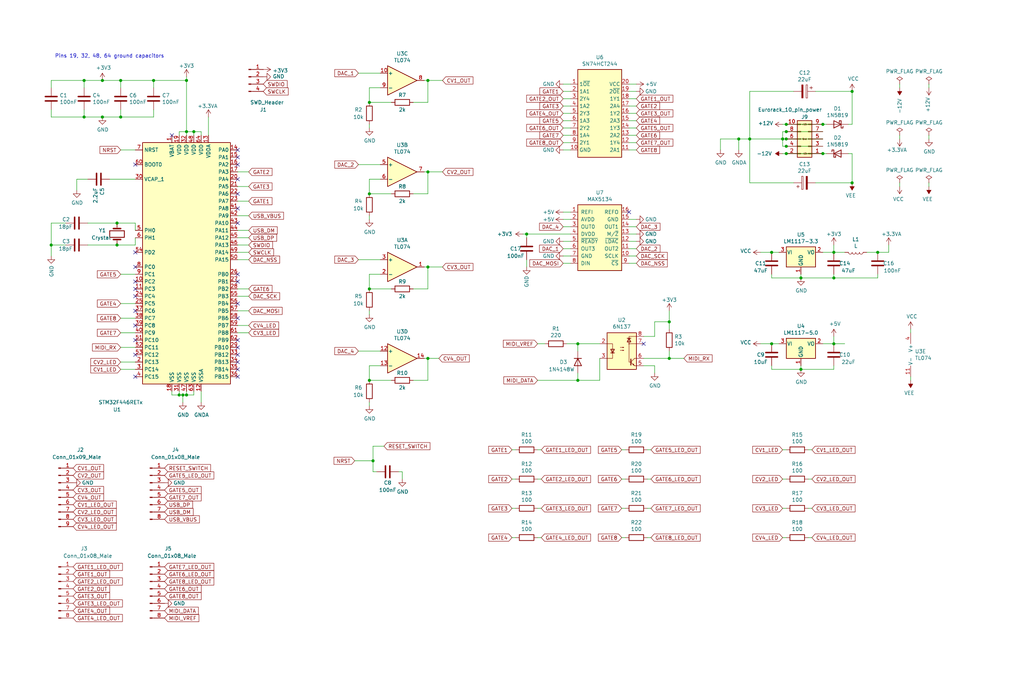
<source format=kicad_sch>
(kicad_sch (version 20211123) (generator eeschema)
  (paper "User" 355.6 241.3)
  (title_block (title "MIDI Monger") (date "2020-08-09") (company "Mountjoy Modular"))
  (junction (at 285.75 43.18))
  (junction (at 289.56 119.38))
  (junction (at 17.78 85.09))
  (junction (at 304.8 87.63))
  (junction (at 278.13 96.52))
  (junction (at 35.56 40.64))
  (junction (at 267.97 119.38))
  (junction (at 289.56 87.63))
  (junction (at 148.59 92.71))
  (junction (at 67.31 45.72))
  (junction (at 232.41 124.46))
  (junction (at 129.54 160.02))
  (junction (at 148.59 59.69))
  (junction (at 256.54 48.26))
  (junction (at 182.88 81.28))
  (junction (at 278.13 128.27))
  (junction (at 295.91 31.75))
  (junction (at 295.91 63.5))
  (junction (at 273.05 50.8))
  (junction (at 29.21 40.64))
  (junction (at 64.77 45.72))
  (junction (at 273.05 53.34))
  (junction (at 267.97 87.63))
  (junction (at 148.59 27.94))
  (junction (at 200.66 119.38))
  (junction (at 63.5 137.16))
  (junction (at 128.27 67.31))
  (junction (at 64.77 27.94))
  (junction (at 40.64 85.09))
  (junction (at 128.27 132.08))
  (junction (at 273.05 43.18))
  (junction (at 53.34 27.94))
  (junction (at 29.21 27.94))
  (junction (at 40.64 77.47))
  (junction (at 62.23 137.16))
  (junction (at 128.27 35.56))
  (junction (at 35.56 27.94))
  (junction (at 41.91 40.64))
  (junction (at 41.91 27.94))
  (junction (at 200.66 132.08))
  (junction (at 271.78 48.26))
  (junction (at 64.77 137.16))
  (junction (at 232.41 111.76))
  (junction (at 289.56 96.52))
  (junction (at 148.59 124.46))
  (junction (at 260.35 48.26))
  (junction (at 273.05 45.72))
  (junction (at 128.27 100.33))
  (junction (at 273.05 48.26))
  (junction (at 285.75 53.34))
  (no_connect (at 46.99 87.63))
  (no_connect (at 46.99 123.19))
  (no_connect (at 223.52 119.38))
  (no_connect (at 82.55 57.15))
  (no_connect (at 82.55 120.65))
  (no_connect (at 82.55 118.11))
  (no_connect (at 82.55 130.81))
  (no_connect (at 46.99 57.15))
  (no_connect (at 82.55 95.25))
  (no_connect (at 82.55 62.23))
  (no_connect (at 82.55 128.27))
  (no_connect (at 46.99 100.33))
  (no_connect (at 82.55 110.49))
  (no_connect (at 82.55 52.07))
  (no_connect (at 218.44 73.66))
  (no_connect (at 82.55 67.31))
  (no_connect (at 46.99 97.79))
  (no_connect (at 46.99 118.11))
  (no_connect (at 82.55 72.39))
  (no_connect (at 46.99 92.71))
  (no_connect (at 82.55 77.47))
  (no_connect (at 46.99 130.81))
  (no_connect (at 46.99 102.87))
  (no_connect (at 82.55 105.41))
  (no_connect (at 82.55 123.19))
  (no_connect (at 46.99 113.03))
  (no_connect (at 82.55 97.79))
  (no_connect (at 46.99 107.95))
  (no_connect (at 82.55 54.61))
  (no_connect (at 59.69 46.99))
  (no_connect (at 82.55 125.73))
  (wire (pts (xy 295.91 43.18) (xy 295.91 31.75)))
  (wire (pts (xy 195.58 86.36) (xy 198.12 86.36)))
  (wire (pts (xy 186.69 176.53) (xy 187.96 176.53)))
  (wire (pts (xy 86.36 87.63) (xy 82.55 87.63)))
  (wire (pts (xy 220.98 83.82) (xy 218.44 83.82)))
  (wire (pts (xy 41.91 38.1) (xy 41.91 40.64)))
  (wire (pts (xy 232.41 111.76) (xy 232.41 114.3)))
  (wire (pts (xy 82.55 107.95) (xy 86.36 107.95)))
  (wire (pts (xy 267.97 127) (xy 267.97 128.27)))
  (wire (pts (xy 135.89 132.08) (xy 128.27 132.08)))
  (wire (pts (xy 64.77 26.67) (xy 64.77 27.94)))
  (wire (pts (xy 72.39 40.64) (xy 72.39 46.99)))
  (wire (pts (xy 86.36 113.03) (xy 82.55 113.03)))
  (wire (pts (xy 177.8 156.21) (xy 179.07 156.21)))
  (wire (pts (xy 148.59 132.08) (xy 148.59 124.46)))
  (wire (pts (xy 30.48 85.09) (xy 40.64 85.09)))
  (wire (pts (xy 86.36 82.55) (xy 82.55 82.55)))
  (wire (pts (xy 218.44 34.29) (xy 220.98 34.29)))
  (wire (pts (xy 17.78 85.09) (xy 22.86 85.09)))
  (wire (pts (xy 26.67 62.23) (xy 26.67 66.04)))
  (wire (pts (xy 82.55 59.69) (xy 86.36 59.69)))
  (wire (pts (xy 223.52 127) (xy 227.33 127)))
  (wire (pts (xy 264.16 119.38) (xy 267.97 119.38)))
  (wire (pts (xy 63.5 137.16) (xy 64.77 137.16)))
  (wire (pts (xy 223.52 116.84) (xy 227.33 116.84)))
  (wire (pts (xy 53.34 30.48) (xy 53.34 27.94)))
  (wire (pts (xy 304.8 96.52) (xy 304.8 95.25)))
  (wire (pts (xy 312.42 63.5) (xy 312.42 64.77)))
  (wire (pts (xy 29.21 30.48) (xy 29.21 27.94)))
  (wire (pts (xy 41.91 40.64) (xy 53.34 40.64)))
  (wire (pts (xy 153.67 92.71) (xy 148.59 92.71)))
  (wire (pts (xy 232.41 121.92) (xy 232.41 124.46)))
  (wire (pts (xy 17.78 85.09) (xy 17.78 88.9)))
  (wire (pts (xy 294.64 53.34) (xy 295.91 53.34)))
  (wire (pts (xy 64.77 45.72) (xy 67.31 45.72)))
  (wire (pts (xy 260.35 31.75) (xy 260.35 48.26)))
  (wire (pts (xy 128.27 127) (xy 128.27 132.08)))
  (wire (pts (xy 220.98 52.07) (xy 218.44 52.07)))
  (wire (pts (xy 195.58 29.21) (xy 198.12 29.21)))
  (wire (pts (xy 289.56 95.25) (xy 289.56 96.52)))
  (wire (pts (xy 129.54 163.83) (xy 130.81 163.83)))
  (wire (pts (xy 46.99 77.47) (xy 46.99 80.01)))
  (wire (pts (xy 260.35 48.26) (xy 260.35 63.5)))
  (wire (pts (xy 64.77 45.72) (xy 64.77 46.99)))
  (wire (pts (xy 64.77 135.89) (xy 64.77 137.16)))
  (wire (pts (xy 186.69 166.37) (xy 187.96 166.37)))
  (wire (pts (xy 59.69 137.16) (xy 62.23 137.16)))
  (wire (pts (xy 289.56 116.84) (xy 289.56 119.38)))
  (wire (pts (xy 278.13 128.27) (xy 289.56 128.27)))
  (wire (pts (xy 322.58 63.5) (xy 322.58 64.77)))
  (wire (pts (xy 53.34 40.64) (xy 53.34 38.1)))
  (wire (pts (xy 86.36 102.87) (xy 82.55 102.87)))
  (wire (pts (xy 280.67 166.37) (xy 281.94 166.37)))
  (wire (pts (xy 195.58 76.2) (xy 198.12 76.2)))
  (wire (pts (xy 316.23 114.3) (xy 316.23 115.57)))
  (wire (pts (xy 271.78 166.37) (xy 273.05 166.37)))
  (wire (pts (xy 195.58 83.82) (xy 198.12 83.82)))
  (wire (pts (xy 82.55 64.77) (xy 86.36 64.77)))
  (wire (pts (xy 148.59 67.31) (xy 148.59 59.69)))
  (wire (pts (xy 46.99 77.47) (xy 40.64 77.47)))
  (wire (pts (xy 224.79 186.69) (xy 226.06 186.69)))
  (wire (pts (xy 215.9 176.53) (xy 217.17 176.53)))
  (wire (pts (xy 53.34 27.94) (xy 41.91 27.94)))
  (wire (pts (xy 41.91 52.07) (xy 46.99 52.07)))
  (wire (pts (xy 128.27 95.25) (xy 132.08 95.25)))
  (wire (pts (xy 271.78 156.21) (xy 273.05 156.21)))
  (wire (pts (xy 273.05 53.34) (xy 285.75 53.34)))
  (wire (pts (xy 208.28 132.08) (xy 208.28 124.46)))
  (wire (pts (xy 128.27 43.18) (xy 128.27 44.45)))
  (wire (pts (xy 220.98 44.45) (xy 218.44 44.45)))
  (wire (pts (xy 148.59 35.56) (xy 148.59 27.94)))
  (wire (pts (xy 82.55 80.01) (xy 86.36 80.01)))
  (wire (pts (xy 218.44 31.75) (xy 220.98 31.75)))
  (wire (pts (xy 224.79 166.37) (xy 226.06 166.37)))
  (wire (pts (xy 128.27 107.95) (xy 128.27 109.22)))
  (wire (pts (xy 200.66 119.38) (xy 208.28 119.38)))
  (wire (pts (xy 308.61 85.09) (xy 308.61 87.63)))
  (wire (pts (xy 275.59 63.5) (xy 260.35 63.5)))
  (wire (pts (xy 227.33 116.84) (xy 227.33 111.76)))
  (wire (pts (xy 267.97 119.38) (xy 270.51 119.38)))
  (wire (pts (xy 17.78 77.47) (xy 17.78 85.09)))
  (wire (pts (xy 278.13 128.27) (xy 267.97 128.27)))
  (wire (pts (xy 62.23 137.16) (xy 62.23 135.89)))
  (wire (pts (xy 138.43 163.83) (xy 139.7 163.83)))
  (wire (pts (xy 129.54 154.94) (xy 133.35 154.94)))
  (wire (pts (xy 129.54 154.94) (xy 129.54 160.02)))
  (wire (pts (xy 218.44 76.2) (xy 220.98 76.2)))
  (wire (pts (xy 46.99 85.09) (xy 40.64 85.09)))
  (wire (pts (xy 224.79 156.21) (xy 226.06 156.21)))
  (wire (pts (xy 278.13 96.52) (xy 289.56 96.52)))
  (wire (pts (xy 218.44 46.99) (xy 220.98 46.99)))
  (wire (pts (xy 215.9 166.37) (xy 217.17 166.37)))
  (wire (pts (xy 195.58 31.75) (xy 198.12 31.75)))
  (wire (pts (xy 289.56 127) (xy 289.56 128.27)))
  (wire (pts (xy 124.46 121.92) (xy 132.08 121.92)))
  (wire (pts (xy 128.27 62.23) (xy 132.08 62.23)))
  (wire (pts (xy 182.88 81.28) (xy 182.88 82.55)))
  (wire (pts (xy 22.86 77.47) (xy 17.78 77.47)))
  (wire (pts (xy 46.99 105.41) (xy 41.91 105.41)))
  (wire (pts (xy 67.31 46.99) (xy 67.31 45.72)))
  (wire (pts (xy 64.77 45.72) (xy 64.77 27.94)))
  (wire (pts (xy 152.4 124.46) (xy 148.59 124.46)))
  (wire (pts (xy 63.5 139.7) (xy 63.5 137.16)))
  (wire (pts (xy 256.54 48.26) (xy 260.35 48.26)))
  (wire (pts (xy 195.58 78.74) (xy 198.12 78.74)))
  (wire (pts (xy 271.78 53.34) (xy 273.05 53.34)))
  (wire (pts (xy 128.27 139.7) (xy 128.27 140.97)))
  (wire (pts (xy 17.78 40.64) (xy 17.78 38.1)))
  (wire (pts (xy 224.79 176.53) (xy 226.06 176.53)))
  (wire (pts (xy 294.64 43.18) (xy 295.91 43.18)))
  (wire (pts (xy 135.89 67.31) (xy 128.27 67.31)))
  (wire (pts (xy 278.13 95.25) (xy 278.13 96.52)))
  (wire (pts (xy 280.67 186.69) (xy 281.94 186.69)))
  (wire (pts (xy 200.66 121.92) (xy 200.66 119.38)))
  (wire (pts (xy 53.34 27.94) (xy 64.77 27.94)))
  (wire (pts (xy 148.59 27.94) (xy 147.32 27.94)))
  (wire (pts (xy 300.99 87.63) (xy 304.8 87.63)))
  (wire (pts (xy 86.36 85.09) (xy 82.55 85.09)))
  (wire (pts (xy 195.58 41.91) (xy 198.12 41.91)))
  (wire (pts (xy 69.85 135.89) (xy 69.85 139.7)))
  (wire (pts (xy 215.9 156.21) (xy 217.17 156.21)))
  (wire (pts (xy 271.78 45.72) (xy 273.05 45.72)))
  (wire (pts (xy 218.44 81.28) (xy 220.98 81.28)))
  (wire (pts (xy 135.89 100.33) (xy 128.27 100.33)))
  (wire (pts (xy 271.78 48.26) (xy 273.05 48.26)))
  (wire (pts (xy 196.85 119.38) (xy 200.66 119.38)))
  (wire (pts (xy 280.67 176.53) (xy 281.94 176.53)))
  (wire (pts (xy 280.67 156.21) (xy 281.94 156.21)))
  (wire (pts (xy 285.75 119.38) (xy 289.56 119.38)))
  (wire (pts (xy 82.55 100.33) (xy 86.36 100.33)))
  (wire (pts (xy 143.51 35.56) (xy 148.59 35.56)))
  (wire (pts (xy 186.69 119.38) (xy 189.23 119.38)))
  (wire (pts (xy 218.44 88.9) (xy 220.98 88.9)))
  (wire (pts (xy 195.58 49.53) (xy 198.12 49.53)))
  (wire (pts (xy 41.91 27.94) (xy 35.56 27.94)))
  (wire (pts (xy 139.7 163.83) (xy 139.7 166.37)))
  (wire (pts (xy 41.91 110.49) (xy 46.99 110.49)))
  (wire (pts (xy 29.21 38.1) (xy 29.21 40.64)))
  (wire (pts (xy 128.27 74.93) (xy 128.27 76.2)))
  (wire (pts (xy 271.78 186.69) (xy 273.05 186.69)))
  (wire (pts (xy 128.27 62.23) (xy 128.27 67.31)))
  (wire (pts (xy 256.54 48.26) (xy 250.19 48.26)))
  (wire (pts (xy 128.27 95.25) (xy 128.27 100.33)))
  (wire (pts (xy 59.69 137.16) (xy 59.69 135.89)))
  (wire (pts (xy 17.78 27.94) (xy 29.21 27.94)))
  (wire (pts (xy 308.61 87.63) (xy 304.8 87.63)))
  (wire (pts (xy 148.59 59.69) (xy 147.32 59.69)))
  (wire (pts (xy 41.91 30.48) (xy 41.91 27.94)))
  (wire (pts (xy 62.23 137.16) (xy 63.5 137.16)))
  (wire (pts (xy 128.27 30.48) (xy 128.27 35.56)))
  (wire (pts (xy 153.67 59.69) (xy 148.59 59.69)))
  (wire (pts (xy 29.21 27.94) (xy 35.56 27.94)))
  (wire (pts (xy 227.33 111.76) (xy 232.41 111.76)))
  (wire (pts (xy 41.91 115.57) (xy 46.99 115.57)))
  (wire (pts (xy 289.56 85.09) (xy 289.56 87.63)))
  (wire (pts (xy 46.99 62.23) (xy 38.1 62.23)))
  (wire (pts (xy 129.54 160.02) (xy 129.54 163.83)))
  (wire (pts (xy 273.05 50.8) (xy 285.75 50.8)))
  (wire (pts (xy 67.31 45.72) (xy 69.85 45.72)))
  (wire (pts (xy 41.91 128.27) (xy 46.99 128.27)))
  (wire (pts (xy 41.91 95.25) (xy 46.99 95.25)))
  (wire (pts (xy 128.27 30.48) (xy 132.08 30.48)))
  (wire (pts (xy 177.8 176.53) (xy 179.07 176.53)))
  (wire (pts (xy 46.99 82.55) (xy 46.99 85.09)))
  (wire (pts (xy 271.78 176.53) (xy 273.05 176.53)))
  (wire (pts (xy 62.23 45.72) (xy 64.77 45.72)))
  (wire (pts (xy 312.42 46.99) (xy 312.42 48.26)))
  (wire (pts (xy 186.69 132.08) (xy 200.66 132.08)))
  (wire (pts (xy 250.19 48.26) (xy 250.19 52.07)))
  (wire (pts (xy 218.44 41.91) (xy 220.98 41.91)))
  (wire (pts (xy 29.21 40.64) (xy 35.56 40.64)))
  (wire (pts (xy 218.44 36.83) (xy 220.98 36.83)))
  (wire (pts (xy 278.13 127) (xy 278.13 128.27)))
  (wire (pts (xy 46.99 120.65) (xy 41.91 120.65)))
  (wire (pts (xy 271.78 43.18) (xy 273.05 43.18)))
  (wire (pts (xy 312.42 29.21) (xy 312.42 30.48)))
  (wire (pts (xy 285.75 48.26) (xy 273.05 48.26)))
  (wire (pts (xy 275.59 31.75) (xy 260.35 31.75)))
  (wire (pts (xy 124.46 25.4) (xy 132.08 25.4)))
  (wire (pts (xy 232.41 107.95) (xy 232.41 111.76)))
  (wire (pts (xy 195.58 34.29) (xy 198.12 34.29)))
  (wire (pts (xy 256.54 52.07) (xy 256.54 48.26)))
  (wire (pts (xy 195.58 52.07) (xy 198.12 52.07)))
  (wire (pts (xy 186.69 186.69) (xy 187.96 186.69)))
  (wire (pts (xy 153.67 27.94) (xy 148.59 27.94)))
  (wire (pts (xy 295.91 31.75) (xy 283.21 31.75)))
  (wire (pts (xy 195.58 88.9) (xy 198.12 88.9)))
  (wire (pts (xy 195.58 44.45) (xy 198.12 44.45)))
  (wire (pts (xy 271.78 50.8) (xy 273.05 50.8)))
  (wire (pts (xy 186.69 156.21) (xy 187.96 156.21)))
  (wire (pts (xy 200.66 129.54) (xy 200.66 132.08)))
  (wire (pts (xy 128.27 127) (xy 132.08 127)))
  (wire (pts (xy 46.99 125.73) (xy 41.91 125.73)))
  (wire (pts (xy 148.59 124.46) (xy 147.32 124.46)))
  (wire (pts (xy 289.56 96.52) (xy 304.8 96.52)))
  (wire (pts (xy 177.8 186.69) (xy 179.07 186.69)))
  (wire (pts (xy 82.55 90.17) (xy 86.36 90.17)))
  (wire (pts (xy 177.8 166.37) (xy 179.07 166.37)))
  (wire (pts (xy 148.59 92.71) (xy 147.32 92.71)))
  (wire (pts (xy 17.78 30.48) (xy 17.78 27.94)))
  (wire (pts (xy 273.05 45.72) (xy 285.75 45.72)))
  (wire (pts (xy 69.85 46.99) (xy 69.85 45.72)))
  (wire (pts (xy 64.77 137.16) (xy 67.31 137.16)))
  (wire (pts (xy 123.19 160.02) (xy 129.54 160.02)))
  (wire (pts (xy 218.44 39.37) (xy 220.98 39.37)))
  (wire (pts (xy 82.55 69.85) (xy 86.36 69.85)))
  (wire (pts (xy 30.48 62.23) (xy 26.67 62.23)))
  (wire (pts (xy 124.46 57.15) (xy 132.08 57.15)))
  (wire (pts (xy 82.55 74.93) (xy 86.36 74.93)))
  (wire (pts (xy 195.58 91.44) (xy 198.12 91.44)))
  (wire (pts (xy 322.58 29.21) (xy 322.58 30.48)))
  (wire (pts (xy 182.88 81.28) (xy 198.12 81.28)))
  (wire (pts (xy 17.78 40.64) (xy 29.21 40.64)))
  (wire (pts (xy 285.75 53.34) (xy 287.02 53.34)))
  (wire (pts (xy 218.44 86.36) (xy 220.98 86.36)))
  (wire (pts (xy 181.61 81.28) (xy 182.88 81.28)))
  (wire (pts (xy 195.58 39.37) (xy 198.12 39.37)))
  (wire (pts (xy 143.51 67.31) (xy 148.59 67.31)))
  (wire (pts (xy 322.58 46.99) (xy 322.58 48.26)))
  (wire (pts (xy 278.13 96.52) (xy 267.97 96.52)))
  (wire (pts (xy 271.78 50.8) (xy 271.78 48.26)))
  (wire (pts (xy 218.44 78.74) (xy 220.98 78.74)))
  (wire (pts (xy 124.46 90.17) (xy 132.08 90.17)))
  (wire (pts (xy 195.58 36.83) (xy 198.12 36.83)))
  (wire (pts (xy 289.56 119.38) (xy 293.37 119.38)))
  (wire (pts (xy 223.52 124.46) (xy 232.41 124.46)))
  (wire (pts (xy 135.89 35.56) (xy 128.27 35.56)))
  (wire (pts (xy 260.35 48.26) (xy 271.78 48.26)))
  (wire (pts (xy 143.51 132.08) (xy 148.59 132.08)))
  (wire (pts (xy 148.59 100.33) (xy 148.59 92.71)))
  (wire (pts (xy 200.66 132.08) (xy 208.28 132.08)))
  (wire (pts (xy 35.56 40.64) (xy 41.91 40.64)))
  (wire (pts (xy 218.44 29.21) (xy 220.98 29.21)))
  (wire (pts (xy 295.91 63.5) (xy 283.21 63.5)))
  (wire (pts (xy 264.16 87.63) (xy 267.97 87.63)))
  (wire (pts (xy 40.64 77.47) (xy 30.48 77.47)))
  (wire (pts (xy 143.51 100.33) (xy 148.59 100.33)))
  (wire (pts (xy 67.31 135.89) (xy 67.31 137.16)))
  (wire (pts (xy 227.33 127) (xy 227.33 129.54)))
  (wire (pts (xy 285.75 87.63) (xy 289.56 87.63)))
  (wire (pts (xy 316.23 130.81) (xy 316.23 132.08)))
  (wire (pts (xy 267.97 87.63) (xy 270.51 87.63)))
  (wire (pts (xy 215.9 186.69) (xy 217.17 186.69)))
  (wire (pts (xy 195.58 73.66) (xy 198.12 73.66)))
  (wire (pts (xy 232.41 124.46) (xy 237.49 124.46)))
  (wire (pts (xy 182.88 90.17) (xy 182.88 92.71)))
  (wire (pts (xy 285.75 43.18) (xy 287.02 43.18)))
  (wire (pts (xy 289.56 87.63) (xy 293.37 87.63)))
  (wire (pts (xy 62.23 45.72) (xy 62.23 46.99)))
  (wire (pts (xy 295.91 53.34) (xy 295.91 63.5)))
  (wire (pts (xy 218.44 91.44) (xy 220.98 91.44)))
  (wire (pts (xy 271.78 45.72) (xy 271.78 48.26)))
  (wire (pts (xy 218.44 49.53) (xy 220.98 49.53)))
  (wire (pts (xy 267.97 95.25) (xy 267.97 96.52)))
  (wire (pts (xy 273.05 43.18) (xy 285.75 43.18)))
  (wire (pts (xy 86.36 115.57) (xy 82.55 115.57)))
  (wire (pts (xy 195.58 46.99) (xy 198.12 46.99)))
  (text "Pins 19, 32, 48, 64 ground capacitors" (at 19.05 20.32 0) (effects (font (size 1.27 1.27)) (justify left bottom)))
  (global_label "DAC_2" (shape input) (at 220.98 86.36 0) (property "Intersheet References" "${INTERSHEET_REFS}" (effects hide)))
  (global_label "SWCLK" (shape input) (at 91.44 31.75 0) (property "Intersheet References" "${INTERSHEET_REFS}" (effects hide)))
  (global_label "DAC_MOSI" (shape input) (at 195.58 91.44 180) (property "Intersheet References" "${INTERSHEET_REFS}" (effects hide)))
  (global_label "CV3_LED_OUT" (shape input) (at 25.4 180.34 0) (property "Intersheet References" "${INTERSHEET_REFS}" (effects hide)))
  (global_label "GATE4" (shape input) (at 220.98 41.91 0) (property "Intersheet References" "${INTERSHEET_REFS}" (effects hide)))
  (global_label "GATE7_LED_OUT" (shape input) (at 57.15 196.85 0) (property "Intersheet References" "${INTERSHEET_REFS}" (effects hide)))
  (global_label "GATE1_LED_OUT" (shape input) (at 25.4 196.85 0) (property "Intersheet References" "${INTERSHEET_REFS}" (effects hide)))
  (global_label "DAC_NSS" (shape input) (at 86.36 90.17 0) (property "Intersheet References" "${INTERSHEET_REFS}" (effects hide)))
  (global_label "GATE5" (shape input) (at 215.9 156.21 180) (property "Intersheet References" "${INTERSHEET_REFS}" (effects hide)))
  (global_label "GATE8" (shape input) (at 41.91 110.49 180) (property "Intersheet References" "${INTERSHEET_REFS}" (effects hide)))
  (global_label "DAC_NSS" (shape input) (at 220.98 91.44 0) (property "Intersheet References" "${INTERSHEET_REFS}" (effects hide)))
  (global_label "MIDI_DATA" (shape input) (at 57.15 212.09 0) (property "Intersheet References" "${INTERSHEET_REFS}" (effects hide)))
  (global_label "MIDI_RX" (shape input) (at 41.91 120.65 180) (property "Intersheet References" "${INTERSHEET_REFS}" (effects hide)))
  (global_label "CV1_OUT" (shape input) (at 153.67 27.94 0) (property "Intersheet References" "${INTERSHEET_REFS}" (effects hide)))
  (global_label "GATE2_OUT" (shape input) (at 25.4 204.47 0) (property "Intersheet References" "${INTERSHEET_REFS}" (effects hide)))
  (global_label "USB_DM" (shape input) (at 57.15 177.8 0) (property "Intersheet References" "${INTERSHEET_REFS}" (effects hide)))
  (global_label "GATE5_LED_OUT" (shape input) (at 57.15 165.1 0) (property "Intersheet References" "${INTERSHEET_REFS}" (effects hide)))
  (global_label "USB_DM" (shape input) (at 86.36 80.01 0) (property "Intersheet References" "${INTERSHEET_REFS}" (effects hide)))
  (global_label "GATE3" (shape input) (at 177.8 176.53 180) (property "Intersheet References" "${INTERSHEET_REFS}" (effects hide)))
  (global_label "CV1_LED_OUT" (shape input) (at 281.94 156.21 0) (property "Intersheet References" "${INTERSHEET_REFS}" (effects hide)))
  (global_label "MIDI_DATA" (shape input) (at 186.69 132.08 180) (property "Intersheet References" "${INTERSHEET_REFS}" (effects hide)))
  (global_label "GATE8_LED_OUT" (shape input) (at 57.15 201.93 0) (property "Intersheet References" "${INTERSHEET_REFS}" (effects hide)))
  (global_label "SWDIO" (shape input) (at 91.44 29.21 0) (property "Intersheet References" "${INTERSHEET_REFS}" (effects hide)))
  (global_label "GATE3" (shape input) (at 195.58 36.83 180) (property "Intersheet References" "${INTERSHEET_REFS}" (effects hide)))
  (global_label "USB_DP" (shape input) (at 86.36 82.55 0) (property "Intersheet References" "${INTERSHEET_REFS}" (effects hide)))
  (global_label "GATE1_OUT" (shape input) (at 220.98 34.29 0) (property "Intersheet References" "${INTERSHEET_REFS}" (effects hide)))
  (global_label "GATE5_OUT" (shape input) (at 57.15 170.18 0) (property "Intersheet References" "${INTERSHEET_REFS}" (effects hide)))
  (global_label "GATE6_LED_OUT" (shape input) (at 226.06 166.37 0) (property "Intersheet References" "${INTERSHEET_REFS}" (effects hide)))
  (global_label "GATE8_OUT" (shape input) (at 57.15 207.01 0) (property "Intersheet References" "${INTERSHEET_REFS}" (effects hide)))
  (global_label "DAC_2" (shape input) (at 124.46 57.15 180) (property "Intersheet References" "${INTERSHEET_REFS}" (effects hide)))
  (global_label "GATE2_LED_OUT" (shape input) (at 25.4 201.93 0) (property "Intersheet References" "${INTERSHEET_REFS}" (effects hide)))
  (global_label "DAC_4" (shape input) (at 124.46 121.92 180) (property "Intersheet References" "${INTERSHEET_REFS}" (effects hide)))
  (global_label "DAC_SCK" (shape input) (at 86.36 102.87 0) (property "Intersheet References" "${INTERSHEET_REFS}" (effects hide)))
  (global_label "GATE1" (shape input) (at 177.8 156.21 180) (property "Intersheet References" "${INTERSHEET_REFS}" (effects hide)))
  (global_label "GATE2" (shape input) (at 220.98 36.83 0) (property "Intersheet References" "${INTERSHEET_REFS}" (effects hide)))
  (global_label "CV4_OUT" (shape input) (at 152.4 124.46 0) (property "Intersheet References" "${INTERSHEET_REFS}" (effects hide)))
  (global_label "RESET_SWITCH" (shape input) (at 57.15 162.56 0) (property "Intersheet References" "${INTERSHEET_REFS}" (effects hide)))
  (global_label "MIDI_VREF" (shape input) (at 186.69 119.38 180) (property "Intersheet References" "${INTERSHEET_REFS}" (effects hide)))
  (global_label "CV4_LED" (shape input) (at 86.36 113.03 0) (property "Intersheet References" "${INTERSHEET_REFS}" (effects hide)))
  (global_label "DAC_3" (shape input) (at 220.98 78.74 0) (property "Intersheet References" "${INTERSHEET_REFS}" (effects hide)))
  (global_label "SWCLK" (shape input) (at 86.36 87.63 0) (property "Intersheet References" "${INTERSHEET_REFS}" (effects hide)))
  (global_label "GATE2_OUT" (shape input) (at 195.58 34.29 180) (property "Intersheet References" "${INTERSHEET_REFS}" (effects hide)))
  (global_label "DAC_1" (shape input) (at 195.58 86.36 180) (property "Intersheet References" "${INTERSHEET_REFS}" (effects hide)))
  (global_label "USB_VBUS" (shape input) (at 57.15 180.34 0) (property "Intersheet References" "${INTERSHEET_REFS}" (effects hide)))
  (global_label "GATE1_OUT" (shape input) (at 25.4 199.39 0) (property "Intersheet References" "${INTERSHEET_REFS}" (effects hide)))
  (global_label "CV4_OUT" (shape input) (at 25.4 172.72 0) (property "Intersheet References" "${INTERSHEET_REFS}" (effects hide)))
  (global_label "MIDI_VREF" (shape input) (at 57.15 214.63 0) (property "Intersheet References" "${INTERSHEET_REFS}" (effects hide)))
  (global_label "CV2_LED_OUT" (shape input) (at 25.4 177.8 0) (property "Intersheet References" "${INTERSHEET_REFS}" (effects hide)))
  (global_label "GATE5_LED_OUT" (shape input) (at 226.06 156.21 0) (property "Intersheet References" "${INTERSHEET_REFS}" (effects hide)))
  (global_label "GATE2" (shape input) (at 177.8 166.37 180) (property "Intersheet References" "${INTERSHEET_REFS}" (effects hide)))
  (global_label "CV2_OUT" (shape input) (at 25.4 165.1 0) (property "Intersheet References" "${INTERSHEET_REFS}" (effects hide)))
  (global_label "SWDIO" (shape input) (at 86.36 85.09 0) (property "Intersheet References" "${INTERSHEET_REFS}" (effects hide)))
  (global_label "DAC_MOSI" (shape input) (at 86.36 107.95 0) (property "Intersheet References" "${INTERSHEET_REFS}" (effects hide)))
  (global_label "GATE3_LED_OUT" (shape input) (at 25.4 209.55 0) (property "Intersheet References" "${INTERSHEET_REFS}" (effects hide)))
  (global_label "GATE3_OUT" (shape input) (at 25.4 207.01 0) (property "Intersheet References" "${INTERSHEET_REFS}" (effects hide)))
  (global_label "GATE4" (shape input) (at 177.8 186.69 180) (property "Intersheet References" "${INTERSHEET_REFS}" (effects hide)))
  (global_label "GATE2" (shape input) (at 86.36 59.69 0) (property "Intersheet References" "${INTERSHEET_REFS}" (effects hide)))
  (global_label "DAC_1" (shape input) (at 124.46 25.4 180) (property "Intersheet References" "${INTERSHEET_REFS}" (effects hide)))
  (global_label "GATE6" (shape input) (at 220.98 46.99 0) (property "Intersheet References" "${INTERSHEET_REFS}" (effects hide)))
  (global_label "GATE4_OUT" (shape input) (at 25.4 212.09 0) (property "Intersheet References" "${INTERSHEET_REFS}" (effects hide)))
  (global_label "GATE5" (shape input) (at 41.91 95.25 180) (property "Intersheet References" "${INTERSHEET_REFS}" (effects hide)))
  (global_label "DAC_3" (shape input) (at 124.46 90.17 180) (property "Intersheet References" "${INTERSHEET_REFS}" (effects hide)))
  (global_label "CV1_LED" (shape input) (at 41.91 128.27 180) (property "Intersheet References" "${INTERSHEET_REFS}" (effects hide)))
  (global_label "CV3_OUT" (shape input) (at 25.4 170.18 0) (property "Intersheet References" "${INTERSHEET_REFS}" (effects hide)))
  (global_label "GATE2_LED_OUT" (shape input) (at 187.96 166.37 0) (property "Intersheet References" "${INTERSHEET_REFS}" (effects hide)))
  (global_label "NRST" (shape input) (at 123.19 160.02 180) (property "Intersheet References" "${INTERSHEET_REFS}" (effects hide)))
  (global_label "GATE7" (shape input) (at 215.9 176.53 180) (property "Intersheet References" "${INTERSHEET_REFS}" (effects hide)))
  (global_label "GATE6_OUT" (shape input) (at 195.58 44.45 180) (property "Intersheet References" "${INTERSHEET_REFS}" (effects hide)))
  (global_label "CV2_LED" (shape input) (at 41.91 125.73 180) (property "Intersheet References" "${INTERSHEET_REFS}" (effects hide)))
  (global_label "GATE4_OUT" (shape input) (at 195.58 39.37 180) (property "Intersheet References" "${INTERSHEET_REFS}" (effects hide)))
  (global_label "CV3_LED" (shape input) (at 271.78 176.53 180) (property "Intersheet References" "${INTERSHEET_REFS}" (effects hide)))
  (global_label "GATE5" (shape input) (at 195.58 41.91 180) (property "Intersheet References" "${INTERSHEET_REFS}" (effects hide)))
  (global_label "CV4_LED_OUT" (shape input) (at 25.4 182.88 0) (property "Intersheet References" "${INTERSHEET_REFS}" (effects hide)))
  (global_label "GATE1_LED_OUT" (shape input) (at 187.96 156.21 0) (property "Intersheet References" "${INTERSHEET_REFS}" (effects hide)))
  (global_label "GATE7" (shape input) (at 41.91 115.57 180) (property "Intersheet References" "${INTERSHEET_REFS}" (effects hide)))
  (global_label "DAC_SCK" (shape input) (at 220.98 88.9 0) (property "Intersheet References" "${INTERSHEET_REFS}" (effects hide)))
  (global_label "GATE1" (shape input) (at 86.36 69.85 0) (property "Intersheet References" "${INTERSHEET_REFS}" (effects hide)))
  (global_label "USB_VBUS" (shape input) (at 86.36 74.93 0) (property "Intersheet References" "${INTERSHEET_REFS}" (effects hide)))
  (global_label "CV2_LED" (shape input) (at 271.78 166.37 180) (property "Intersheet References" "${INTERSHEET_REFS}" (effects hide)))
  (global_label "CV4_LED" (shape input) (at 271.78 186.69 180) (property "Intersheet References" "${INTERSHEET_REFS}" (effects hide)))
  (global_label "CV3_LED_OUT" (shape input) (at 281.94 176.53 0) (property "Intersheet References" "${INTERSHEET_REFS}" (effects hide)))
  (global_label "GATE3" (shape input) (at 86.36 64.77 0) (property "Intersheet References" "${INTERSHEET_REFS}" (effects hide)))
  (global_label "CV1_LED" (shape input) (at 271.78 156.21 180) (property "Intersheet References" "${INTERSHEET_REFS}" (effects hide)))
  (global_label "CV2_LED_OUT" (shape input) (at 281.94 166.37 0) (property "Intersheet References" "${INTERSHEET_REFS}" (effects hide)))
  (global_label "CV1_OUT" (shape input) (at 25.4 162.56 0) (property "Intersheet References" "${INTERSHEET_REFS}" (effects hide)))
  (global_label "GATE5_OUT" (shape input) (at 220.98 44.45 0) (property "Intersheet References" "${INTERSHEET_REFS}" (effects hide)))
  (global_label "CV3_LED" (shape input) (at 86.36 115.57 0) (property "Intersheet References" "${INTERSHEET_REFS}" (effects hide)))
  (global_label "USB_DP" (shape input) (at 57.15 175.26 0) (property "Intersheet References" "${INTERSHEET_REFS}" (effects hide)))
  (global_label "CV2_OUT" (shape input) (at 153.67 59.69 0) (property "Intersheet References" "${INTERSHEET_REFS}" (effects hide)))
  (global_label "GATE7" (shape input) (at 195.58 46.99 180) (property "Intersheet References" "${INTERSHEET_REFS}" (effects hide)))
  (global_label "NRST" (shape input) (at 41.91 52.07 180) (property "Intersheet References" "${INTERSHEET_REFS}" (effects hide)))
  (global_label "GATE6_LED_OUT" (shape input) (at 57.15 199.39 0) (property "Intersheet References" "${INTERSHEET_REFS}" (effects hide)))
  (global_label "MIDI_RX" (shape input) (at 237.49 124.46 0) (property "Intersheet References" "${INTERSHEET_REFS}" (effects hide)))
  (global_label "CV1_LED_OUT" (shape input) (at 25.4 175.26 0) (property "Intersheet References" "${INTERSHEET_REFS}" (effects hide)))
  (global_label "GATE7_LED_OUT" (shape input) (at 226.06 176.53 0) (property "Intersheet References" "${INTERSHEET_REFS}" (effects hide)))
  (global_label "GATE3_LED_OUT" (shape input) (at 187.96 176.53 0) (property "Intersheet References" "${INTERSHEET_REFS}" (effects hide)))
  (global_label "DAC_4" (shape input) (at 195.58 78.74 180) (property "Intersheet References" "${INTERSHEET_REFS}" (effects hide)))
  (global_label "GATE7_OUT" (shape input) (at 220.98 49.53 0) (property "Intersheet References" "${INTERSHEET_REFS}" (effects hide)))
  (global_label "RESET_SWITCH" (shape input) (at 133.35 154.94 0) (property "Intersheet References" "${INTERSHEET_REFS}" (effects hide)))
  (global_label "GATE6" (shape input) (at 86.36 100.33 0) (property "Intersheet References" "${INTERSHEET_REFS}" (effects hide)))
  (global_label "GATE8" (shape input) (at 220.98 52.07 0) (property "Intersheet References" "${INTERSHEET_REFS}" (effects hide)))
  (global_label "GATE7_OUT" (shape input) (at 57.15 172.72 0) (property "Intersheet References" "${INTERSHEET_REFS}" (effects hide)))
  (global_label "GATE6" (shape input) (at 215.9 166.37 180) (property "Intersheet References" "${INTERSHEET_REFS}" (effects hide)))
  (global_label "CV4_LED_OUT" (shape input) (at 281.94 186.69 0) (property "Intersheet References" "${INTERSHEET_REFS}" (effects hide)))
  (global_label "GATE1" (shape input) (at 195.58 31.75 180) (property "Intersheet References" "${INTERSHEET_REFS}" (effects hide)))
  (global_label "GATE8" (shape input) (at 215.9 186.69 180) (property "Intersheet References" "${INTERSHEET_REFS}" (effects hide)))
  (global_label "CV3_OUT" (shape input) (at 153.67 92.71 0) (property "Intersheet References" "${INTERSHEET_REFS}" (effects hide)))
  (global_label "GATE3_OUT" (shape input) (at 220.98 39.37 0) (property "Intersheet References" "${INTERSHEET_REFS}" (effects hide)))
  (global_label "GATE4_LED_OUT" (shape input) (at 25.4 214.63 0) (property "Intersheet References" "${INTERSHEET_REFS}" (effects hide)))
  (global_label "GATE6_OUT" (shape input) (at 57.15 204.47 0) (property "Intersheet References" "${INTERSHEET_REFS}" (effects hide)))
  (global_label "GATE8_LED_OUT" (shape input) (at 226.06 186.69 0) (property "Intersheet References" "${INTERSHEET_REFS}" (effects hide)))
  (global_label "GATE4_LED_OUT" (shape input) (at 187.96 186.69 0) (property "Intersheet References" "${INTERSHEET_REFS}" (effects hide)))
  (global_label "GATE8_OUT" (shape input) (at 195.58 49.53 180) (property "Intersheet References" "${INTERSHEET_REFS}" (effects hide)))
  (global_label "GATE4" (shape input) (at 41.91 105.41 180) (property "Intersheet References" "${INTERSHEET_REFS}" (effects hide)))
  (symbol (lib_id "Device:C") (at 34.29 62.23 270) (unit 1)
    (property "Reference" "C5" (at 35.4584 65.151 0) (effects (justify left)))
    (property "Value" "2.2uF" (at 33.147 65.151 0) (effects (justify left)))
    (property "Footprint" "Capacitors_SMD:C_0805_HandSoldering" (effects hide))
  )
  (symbol (lib_id "power:GND") (at 26.67 66.04 0) (unit 1)
    (property "Reference" "#PWR02" (effects hide))
    (property "Value" "GND" (at 26.797 70.4342 0))
  )
  (symbol (lib_id "Connector:Conn_01x04_Male") (at 86.36 26.67 0) (unit 1)
    (property "Reference" "J1" (at 91.44 38.1 0))
    (property "Value" "SWD_Header" (at 92.71 35.56 0))
    (property "Footprint" "Custom_Footprints:SWD_header" (effects hide))
  )
  (symbol (lib_id "power:+3.3V") (at 91.44 24.13 270) (unit 1)
    (property "Reference" "#PWR011" (effects hide))
    (property "Value" "+3.3V" (at 94.6912 24.511 90) (effects (justify left)))
  )
  (symbol (lib_id "power:GND") (at 91.44 26.67 90) (unit 1)
    (property "Reference" "#PWR012" (effects hide))
    (property "Value" "GND" (at 94.6912 26.543 90) (effects (justify right)))
  )
  (symbol (lib_id "Device:Crystal") (at 40.64 81.28 90) (unit 1)
    (property "Reference" "Y1" (at 34.29 80.01 90) (effects (justify right)))
    (property "Value" "Crystal" (at 31.75 82.55 90) (effects (justify right)))
    (property "Footprint" "Custom_Footprints:Crystal_SMD" (effects hide))
  )
  (symbol (lib_id "Device:C") (at 26.67 77.47 270) (unit 1)
    (property "Reference" "C2" (at 21.59 76.2 90) (effects (justify left)))
    (property "Value" "18pF" (at 20.32 78.74 90) (effects (justify left)))
    (property "Footprint" "Capacitors_SMD:C_0805_HandSoldering" (effects hide))
  )
  (symbol (lib_id "Device:C") (at 26.67 85.09 270) (unit 1)
    (property "Reference" "C3" (at 21.59 83.82 90) (effects (justify left)))
    (property "Value" "18pF" (at 20.32 86.36 90) (effects (justify left)))
    (property "Footprint" "Capacitors_SMD:C_0805_HandSoldering" (effects hide))
  )
  (symbol (lib_id "power:GND") (at 17.78 88.9 0) (unit 1)
    (property "Reference" "#PWR01" (effects hide))
    (property "Value" "GND" (at 17.907 92.1512 90) (effects (justify right)))
  )
  (symbol (lib_id "power:+3.3V") (at 64.77 26.67 0) (unit 1)
    (property "Reference" "#PWR06" (effects hide))
    (property "Value" "+3.3V" (at 64.77 22.86 0))
  )
  (symbol (lib_id "power:GND") (at 63.5 139.7 0) (unit 1)
    (property "Reference" "#PWR05" (effects hide))
    (property "Value" "GND" (at 63.627 144.0942 0))
  )
  (symbol (lib_id "power:+3.3V") (at 35.56 27.94 0) (unit 1)
    (property "Reference" "#PWR03" (effects hide))
    (property "Value" "+3.3V" (at 35.941 23.5458 0))
  )
  (symbol (lib_id "Device:C") (at 17.78 34.29 0) (unit 1)
    (property "Reference" "C1" (at 20.701 33.1216 0) (effects (justify left)))
    (property "Value" "100nF" (at 20.701 35.433 0) (effects (justify left)))
    (property "Footprint" "Capacitors_SMD:C_0805_HandSoldering" (effects hide))
  )
  (symbol (lib_id "power:GND") (at 35.56 40.64 0) (unit 1)
    (property "Reference" "#PWR04" (effects hide))
    (property "Value" "GND" (at 35.687 45.0342 0))
  )
  (symbol (lib_id "Device:C") (at 29.21 34.29 0) (unit 1)
    (property "Reference" "C4" (at 32.131 33.1216 0) (effects (justify left)))
    (property "Value" "100nF" (at 32.131 35.433 0) (effects (justify left)))
    (property "Footprint" "Capacitors_SMD:C_0805_HandSoldering" (effects hide))
  )
  (symbol (lib_id "Device:C") (at 41.91 34.29 0) (unit 1)
    (property "Reference" "C6" (at 44.831 33.1216 0) (effects (justify left)))
    (property "Value" "100nF" (at 44.831 35.433 0) (effects (justify left)))
    (property "Footprint" "Capacitors_SMD:C_0805_HandSoldering" (effects hide))
  )
  (symbol (lib_id "Device:C") (at 53.34 34.29 0) (unit 1)
    (property "Reference" "C7" (at 56.261 33.1216 0) (effects (justify left)))
    (property "Value" "100nF" (at 56.261 35.433 0) (effects (justify left)))
    (property "Footprint" "Capacitors_SMD:C_0805_HandSoldering" (effects hide))
  )
  (symbol (lib_id "power:+3.3V") (at 289.56 85.09 0) (unit 1)
    (property "Reference" "#PWR041" (effects hide))
    (property "Value" "+3.3V" (at 289.56 81.28 0))
  )
  (symbol (lib_id "power:PWR_FLAG") (at 322.58 46.99 0) (unit 1)
    (property "Reference" "#FLG05" (effects hide))
    (property "Value" "PWR_FLAG" (at 322.58 42.5704 0))
  )
  (symbol (lib_id "power:GND") (at 322.58 48.26 0) (unit 1)
    (property "Reference" "#PWR048" (effects hide))
    (property "Value" "GND" (at 322.707 52.6542 0))
  )
  (symbol (lib_id "Regulator_Linear:LM1117-3.3") (at 278.13 87.63 0) (unit 1)
    (property "Reference" "U5" (at 278.13 81.4832 0))
    (property "Value" "LM1117-3.3" (at 278.13 83.7946 0))
    (property "Footprint" "TO_SOT_Packages_SMD:SOT-223" (effects hide))
    (property "Datasheet" "http://www.ti.com/lit/ds/symlink/lm1117.pdf" (effects hide))
  )
  (symbol (lib_id "Device:R") (at 139.7 35.56 270) (unit 1)
    (property "Reference" "R7" (at 139.7 33.02 90))
    (property "Value" "2k" (at 139.7 38.1 90))
    (property "Footprint" "Resistors_SMD:R_0805_HandSoldering" (effects hide))
  )
  (symbol (lib_id "Device:R") (at 128.27 39.37 180) (unit 1)
    (property "Reference" "R2" (at 124.46 38.1 0))
    (property "Value" "10k" (at 124.46 40.64 0))
    (property "Footprint" "Resistors_SMD:R_0805_HandSoldering" (effects hide))
  )
  (symbol (lib_id "power:GND") (at 128.27 44.45 0) (unit 1)
    (property "Reference" "#PWR019" (effects hide))
    (property "Value" "GND" (at 128.397 48.8442 0))
  )
  (symbol (lib_id "Device:C") (at 289.56 91.44 0) (unit 1)
    (property "Reference" "C14" (at 293.37 91.44 0))
    (property "Value" "47uF" (at 294.64 93.98 0))
    (property "Footprint" "Capacitors_SMD:CP_Elec_5x5.8" (effects hide))
  )
  (symbol (lib_id "Device:L") (at 297.18 87.63 270) (unit 1)
    (property "Reference" "L1" (at 297.18 83.1088 90))
    (property "Value" "L" (at 297.18 85.4202 90))
    (property "Footprint" "Inductors_SMD:L_0805_HandSoldering" (effects hide))
  )
  (symbol (lib_id "power:+3.3VA") (at 308.61 85.09 0) (unit 1)
    (property "Reference" "#PWR050" (effects hide))
    (property "Value" "+3.3VA" (at 306.07 81.28 0) (effects (justify left)))
  )
  (symbol (lib_id "Device:C") (at 267.97 91.44 0) (unit 1)
    (property "Reference" "C11" (at 264.16 91.44 0))
    (property "Value" "47uF" (at 264.16 93.98 0))
    (property "Footprint" "Capacitors_SMD:CP_Elec_5x5.8" (effects hide))
  )
  (symbol (lib_id "Diode:1N5819") (at 290.83 43.18 180) (unit 1)
    (property "Reference" "D1" (at 290.83 37.6936 0))
    (property "Value" "1N5819" (at 290.83 40.005 0))
    (property "Footprint" "Diodes_SMD:D_SOD-123" (effects hide))
    (property "Datasheet" "http://www.vishay.com/docs/88525/1n5817.pdf" (effects hide))
  )
  (symbol (lib_id "Diode:1N5819") (at 290.83 53.34 0) (unit 1)
    (property "Reference" "D2" (at 290.83 47.8536 0))
    (property "Value" "1N5819" (at 290.83 50.165 0))
    (property "Footprint" "Diodes_SMD:D_SOD-123" (effects hide))
    (property "Datasheet" "http://www.vishay.com/docs/88525/1n5817.pdf" (effects hide))
  )
  (symbol (lib_id "MidiMonger-rescue:CP-Device") (at 279.4 31.75 270) (unit 1)
    (property "Reference" "C12" (at 279.4 25.273 90))
    (property "Value" "22uF" (at 279.4 27.5844 90))
    (property "Footprint" "Capacitors_SMD:CP_Elec_5x5.3" (effects hide))
  )
  (symbol (lib_id "MidiMonger-rescue:CP-Device") (at 279.4 63.5 90) (unit 1)
    (property "Reference" "C13" (at 279.4 57.023 90))
    (property "Value" "22uF" (at 279.4 59.3344 90))
    (property "Footprint" "Capacitors_SMD:CP_Elec_5x5.3" (effects hide))
  )
  (symbol (lib_id "power:VEE") (at 295.91 63.5 180) (unit 1)
    (property "Reference" "#PWR043" (effects hide))
    (property "Value" "VEE" (at 295.4528 67.8942 0))
  )
  (symbol (lib_id "power:VCC") (at 295.91 31.75 0) (unit 1)
    (property "Reference" "#PWR042" (effects hide))
    (property "Value" "VCC" (at 296.3418 27.3558 0))
  )
  (symbol (lib_id "power:-12V") (at 271.78 53.34 90) (unit 1)
    (property "Reference" "#PWR037" (effects hide))
    (property "Value" "-12V" (at 265.43 53.34 90))
  )
  (symbol (lib_id "power:+12V") (at 271.78 43.18 90) (unit 1)
    (property "Reference" "#PWR036" (effects hide))
    (property "Value" "+12V" (at 268.5288 42.799 90) (effects (justify left)))
  )
  (symbol (lib_id "power:+3.3VA") (at 72.39 40.64 0) (unit 1)
    (property "Reference" "#PWR010" (effects hide))
    (property "Value" "+3.3VA" (at 68.58 36.83 0) (effects (justify left)))
  )
  (symbol (lib_id "power:GND") (at 250.19 52.07 0) (unit 1)
    (property "Reference" "#PWR031" (effects hide))
    (property "Value" "GND" (at 250.317 56.4642 0))
  )
  (symbol (lib_id "power:VEE") (at 316.23 132.08 180) (unit 1)
    (property "Reference" "#PWR040" (effects hide))
    (property "Value" "VEE" (at 315.7728 136.4742 0))
  )
  (symbol (lib_id "power:VCC") (at 316.23 114.3 0) (unit 1)
    (property "Reference" "#PWR039" (effects hide))
    (property "Value" "VCC" (at 316.6618 109.9058 0))
  )
  (symbol (lib_id "power:VCC") (at 264.16 87.63 90) (unit 1)
    (property "Reference" "#PWR033" (effects hide))
    (property "Value" "VCC" (at 260.9342 87.1728 90) (effects (justify left)))
  )
  (symbol (lib_id "power:PWR_FLAG") (at 312.42 46.99 0) (unit 1)
    (property "Reference" "#FLG02" (effects hide))
    (property "Value" "PWR_FLAG" (at 312.42 42.5704 0))
  )
  (symbol (lib_id "power:+3.3VA") (at 312.42 48.26 180) (unit 1)
    (property "Reference" "#PWR045" (effects hide))
    (property "Value" "+3.3VA" (at 314.96 52.07 0) (effects (justify left)))
  )
  (symbol (lib_id "power:VEE") (at 322.58 64.77 180) (unit 1)
    (property "Reference" "#PWR049" (effects hide))
    (property "Value" "VEE" (at 322.1228 69.1642 0))
  )
  (symbol (lib_id "power:PWR_FLAG") (at 322.58 63.5 0) (unit 1)
    (property "Reference" "#FLG06" (effects hide))
    (property "Value" "PWR_FLAG" (at 322.58 59.0804 0))
  )
  (symbol (lib_id "power:PWR_FLAG") (at 312.42 63.5 0) (unit 1)
    (property "Reference" "#FLG03" (effects hide))
    (property "Value" "PWR_FLAG" (at 312.42 59.0804 0))
  )
  (symbol (lib_id "power:VCC") (at 312.42 64.77 180) (unit 1)
    (property "Reference" "#PWR046" (effects hide))
    (property "Value" "VCC" (at 311.9882 69.1642 0))
  )
  (symbol (lib_id "Amplifier_Operational:TL074") (at 318.77 123.19 0) (unit 5)
    (property "Reference" "U3" (at 317.7032 122.0216 0) (effects (justify left)))
    (property "Value" "TL074" (at 317.7032 124.333 0) (effects (justify left)))
    (property "Footprint" "SMD_Packages:SOIC-14_N" (effects hide))
    (property "Datasheet" "http://www.ti.com/lit/ds/symlink/tl071.pdf" (effects hide))
  )
  (symbol (lib_id "MCU_ST_STM32F4:STM32F446RETx") (at 64.77 90.17 0) (unit 1)
    (property "Reference" "U1" (at 40.64 142.24 0))
    (property "Value" "STM32F446RETx" (at 41.91 139.7 0))
    (property "Footprint" "Package_QFP:LQFP-64_10x10mm_P0.5mm" (effects hide))
    (property "Datasheet" "http://www.st.com/st-web-ui/static/active/en/resource/technical/document/datasheet/DM00141306.pdf" (effects hide))
  )
  (symbol (lib_id "power:GNDA") (at 256.54 52.07 0) (unit 1)
    (property "Reference" "#PWR032" (effects hide))
    (property "Value" "GNDA" (at 256.667 56.4642 0))
  )
  (symbol (lib_id "power:GNDA") (at 69.85 139.7 0) (unit 1)
    (property "Reference" "#PWR09" (effects hide))
    (property "Value" "GNDA" (at 69.977 144.0942 0))
  )
  (symbol (lib_id "power:+12V") (at 322.58 30.48 180) (unit 1)
    (property "Reference" "#PWR047" (effects hide))
    (property "Value" "+12V" (at 322.199 33.7312 90) (effects (justify left)))
  )
  (symbol (lib_id "power:PWR_FLAG") (at 322.58 29.21 0) (unit 1)
    (property "Reference" "#FLG04" (effects hide))
    (property "Value" "PWR_FLAG" (at 322.58 24.7904 0))
  )
  (symbol (lib_id "power:-12V") (at 312.42 30.48 180) (unit 1)
    (property "Reference" "#PWR044" (effects hide))
    (property "Value" "-12V" (at 312.42 36.83 90))
  )
  (symbol (lib_id "power:PWR_FLAG") (at 312.42 29.21 0) (unit 1)
    (property "Reference" "#FLG01" (effects hide))
    (property "Value" "PWR_FLAG" (at 312.42 24.7904 0))
  )
  (symbol (lib_id "Device:C") (at 304.8 91.44 0) (unit 1)
    (property "Reference" "C16" (at 308.61 91.44 0))
    (property "Value" "100nF" (at 309.88 93.98 0))
    (property "Footprint" "Capacitors_SMD:C_0805_HandSoldering" (effects hide))
  )
  (symbol (lib_id "power:GND") (at 278.13 96.52 0) (unit 1)
    (property "Reference" "#PWR038" (effects hide))
    (property "Value" "GND" (at 278.257 100.9142 0))
  )
  (symbol (lib_id "Device:C") (at 134.62 163.83 270) (unit 1)
    (property "Reference" "C8" (at 134.62 167.64 90))
    (property "Value" "100nF" (at 134.62 170.18 90))
    (property "Footprint" "Capacitors_SMD:C_0805_HandSoldering" (effects hide))
  )
  (symbol (lib_id "power:GND") (at 139.7 166.37 0) (unit 1)
    (property "Reference" "#PWR028" (effects hide))
    (property "Value" "GND" (at 139.827 170.7642 0))
  )
  (symbol (lib_id "Amplifier_Operational:TL074") (at 139.7 27.94 0) (unit 3)
    (property "Reference" "U3" (at 139.7 18.6182 0))
    (property "Value" "TL074" (at 139.7 20.9296 0))
    (property "Footprint" "SMD_Packages:SOIC-14_N" (effects hide))
    (property "Datasheet" "http://www.ti.com/lit/ds/symlink/tl071.pdf" (effects hide))
  )
  (symbol (lib_id "Diode:1N4148W") (at 200.66 125.73 270) (unit 1)
    (property "Reference" "D3" (at 194.31 125.73 90) (effects (justify left)))
    (property "Value" "1N4148W" (at 190.5 128.27 90) (effects (justify left)))
    (property "Footprint" "Diodes_SMD:D_SOD-123" (effects hide))
    (property "Datasheet" "https://www.vishay.com/docs/85748/1n4148w.pdf" (effects hide))
  )
  (symbol (lib_id "Device:R") (at 193.04 119.38 270) (unit 1)
    (property "Reference" "R1" (at 193.04 114.1222 90))
    (property "Value" "220" (at 193.04 116.4336 90))
    (property "Footprint" "Resistors_SMD:R_0805_HandSoldering" (effects hide))
  )
  (symbol (lib_id "Device:R") (at 139.7 67.31 270) (unit 1)
    (property "Reference" "R8" (at 139.7 64.77 90))
    (property "Value" "2k" (at 139.7 69.85 90))
    (property "Footprint" "Resistors_SMD:R_0805_HandSoldering" (effects hide))
  )
  (symbol (lib_id "Device:R") (at 128.27 71.12 180) (unit 1)
    (property "Reference" "R4" (at 124.46 69.85 0))
    (property "Value" "10k" (at 124.46 72.39 0))
    (property "Footprint" "Resistors_SMD:R_0805_HandSoldering" (effects hide))
  )
  (symbol (lib_id "power:GND") (at 128.27 76.2 0) (unit 1)
    (property "Reference" "#PWR0101" (effects hide))
    (property "Value" "GND" (at 128.397 80.5942 0))
  )
  (symbol (lib_id "Amplifier_Operational:TL074") (at 139.7 59.69 0) (unit 2)
    (property "Reference" "U3" (at 139.7 50.3682 0))
    (property "Value" "TL074" (at 139.7 52.6796 0))
    (property "Footprint" "SMD_Packages:SOIC-14_N" (effects hide))
    (property "Datasheet" "http://www.ti.com/lit/ds/symlink/tl071.pdf" (effects hide))
  )
  (symbol (lib_id "MAX5134:MAX5134") (at 208.28 83.82 0) (unit 1)
    (property "Reference" "U7" (at 208.28 66.8782 0))
    (property "Value" "MAX5134" (at 208.28 69.1896 0))
    (property "Footprint" "Housings_SSOP:TSSOP-16_4.4x5mm_Pitch0.65mm" (effects hide))
    (property "Datasheet" "https://datasheets.maximintegrated.com/en/ds/MAX5134-MAX5137.pdf" (effects hide))
  )
  (symbol (lib_id "power:GND") (at 227.33 129.54 0) (unit 1)
    (property "Reference" "#PWR0113" (effects hide))
    (property "Value" "GND" (at 227.457 133.9342 0))
  )
  (symbol (lib_id "power:GND") (at 220.98 76.2 90) (unit 1)
    (property "Reference" "#PWR0119" (effects hide))
    (property "Value" "GND" (at 226.06 76.2 90))
  )
  (symbol (lib_id "power:+5V") (at 195.58 76.2 90) (unit 1)
    (property "Reference" "#PWR0120" (effects hide))
    (property "Value" "+5V" (at 190.5 76.2 90))
  )
  (symbol (lib_id "power:+3.3V") (at 181.61 81.28 90) (unit 1)
    (property "Reference" "#PWR0121" (effects hide))
    (property "Value" "+3.3V" (at 175.26 81.28 90))
  )
  (symbol (lib_id "power:GND") (at 195.58 88.9 270) (unit 1)
    (property "Reference" "#PWR0122" (effects hide))
    (property "Value" "GND" (at 190.5 88.9 90))
  )
  (symbol (lib_id "Device:R") (at 139.7 100.33 270) (unit 1)
    (property "Reference" "R9" (at 139.7 97.79 90))
    (property "Value" "2k" (at 139.7 102.87 90))
    (property "Footprint" "Resistors_SMD:R_0805_HandSoldering" (effects hide))
  )
  (symbol (lib_id "Device:R") (at 128.27 104.14 180) (unit 1)
    (property "Reference" "R5" (at 124.46 102.87 0))
    (property "Value" "10k" (at 124.46 105.41 0))
    (property "Footprint" "Resistors_SMD:R_0805_HandSoldering" (effects hide))
  )
  (symbol (lib_id "power:GND") (at 128.27 109.22 0) (unit 1)
    (property "Reference" "#PWR0107" (effects hide))
    (property "Value" "GND" (at 128.397 113.6142 0))
  )
  (symbol (lib_id "Amplifier_Operational:TL074") (at 139.7 92.71 0) (unit 1)
    (property "Reference" "U3" (at 139.7 83.3882 0))
    (property "Value" "TL074" (at 139.7 85.6996 0))
    (property "Footprint" "SMD_Packages:SOIC-14_N" (effects hide))
    (property "Datasheet" "http://www.ti.com/lit/ds/symlink/tl071.pdf" (effects hide))
  )
  (symbol (lib_id "power:+3.3V") (at 232.41 107.95 0) (unit 1)
    (property "Reference" "#PWR0114" (effects hide))
    (property "Value" "+3.3V" (at 232.41 104.14 0))
  )
  (symbol (lib_id "Device:R") (at 232.41 118.11 0) (unit 1)
    (property "Reference" "R3" (at 234.188 116.9416 0) (effects (justify left)))
    (property "Value" "10k" (at 234.188 119.253 0) (effects (justify left)))
    (property "Footprint" "Resistors_SMD:R_0805_HandSoldering" (effects hide))
  )
  (symbol (lib_id "Eurorack_Header:Eurorack_10_pin_power") (at 280.67 48.26 180) (unit 1)
    (property "Reference" "J9" (at 279.4 40.64 0))
    (property "Value" "Eurorack_10_pin_power" (at 274.32 38.1 0))
    (property "Footprint" "Custom_Footprints:Eurorack_10_pin_header" (effects hide))
  )
  (symbol (lib_id "Regulator_Linear:LM1117-5.0") (at 278.13 119.38 0) (unit 1)
    (property "Reference" "U4" (at 278.13 113.2332 0))
    (property "Value" "LM1117-5.0" (at 278.13 115.5446 0))
    (property "Footprint" "TO_SOT_Packages_SMD:SOT-223" (effects hide))
    (property "Datasheet" "http://www.ti.com/lit/ds/symlink/lm1117.pdf" (effects hide))
  )
  (symbol (lib_id "Device:C") (at 289.56 123.19 0) (unit 1)
    (property "Reference" "C10" (at 293.37 123.19 0))
    (property "Value" "22uF" (at 294.64 125.73 0))
    (property "Footprint" "Capacitors_SMD:CP_Elec_5x5.3" (effects hide))
  )
  (symbol (lib_id "Device:C") (at 267.97 123.19 0) (unit 1)
    (property "Reference" "C9" (at 264.16 123.19 0))
    (property "Value" "10uF" (at 264.16 125.73 0))
    (property "Footprint" "Capacitors_SMD:CP_Elec_3x5.3" (effects hide))
  )
  (symbol (lib_id "power:VCC") (at 264.16 119.38 90) (unit 1)
    (property "Reference" "#PWR0104" (effects hide))
    (property "Value" "VCC" (at 260.9342 118.9228 90) (effects (justify left)))
  )
  (symbol (lib_id "power:GND") (at 278.13 128.27 0) (unit 1)
    (property "Reference" "#PWR0105" (effects hide))
    (property "Value" "GND" (at 278.257 132.6642 0))
  )
  (symbol (lib_id "power:+5V") (at 289.56 116.84 0) (unit 1)
    (property "Reference" "#PWR0106" (effects hide))
    (property "Value" "+5V" (at 289.941 112.4458 0))
  )
  (symbol (lib_id "power:+5V") (at 220.98 29.21 270) (unit 1)
    (property "Reference" "#PWR0108" (effects hide))
    (property "Value" "+5V" (at 226.06 29.21 90))
  )
  (symbol (lib_id "Connector:Conn_01x08_Male") (at 20.32 204.47 0) (unit 1)
    (property "Reference" "J3" (at 29.21 190.5 0))
    (property "Value" "Conn_01x08_Male" (at 30.48 193.04 0))
    (property "Footprint" "Socket_Strips:Socket_Strip_Straight_1x08_Pitch2.54mm" (effects hide))
  )
  (symbol (lib_id "power:+5V") (at 195.58 73.66 90) (unit 1)
    (property "Reference" "#PWR0123" (effects hide))
    (property "Value" "+5V" (at 190.5 73.66 90))
  )
  (symbol (lib_id "SN74HCT244:SN74HCT244") (at 208.28 39.37 0) (unit 1)
    (property "Reference" "U6" (at 208.28 19.8882 0))
    (property "Value" "SN74HCT244" (at 208.28 22.1996 0))
    (property "Footprint" "Housings_SSOP:TSSOP-20_4.4x6.5mm_Pitch0.65mm" (effects hide))
    (property "Datasheet" "http://www.ti.com/lit/ds/symlink/sn74hct244.pdf" (effects hide))
  )
  (symbol (lib_id "power:GND") (at 195.58 83.82 270) (unit 1)
    (property "Reference" "#PWR0124" (effects hide))
    (property "Value" "GND" (at 190.5 83.82 90))
  )
  (symbol (lib_id "Connector:Conn_01x09_Male") (at 20.32 172.72 0) (unit 1)
    (property "Reference" "J2" (at 27.94 156.21 0))
    (property "Value" "Conn_01x09_Male" (at 26.67 158.75 0))
    (property "Footprint" "Socket_Strips:Socket_Strip_Straight_1x09_Pitch2.54mm" (effects hide))
  )
  (symbol (lib_id "power:GND") (at 220.98 83.82 90) (unit 1)
    (property "Reference" "#PWR0125" (effects hide))
    (property "Value" "GND" (at 226.06 83.82 90))
  )
  (symbol (lib_id "power:GND") (at 25.4 167.64 90) (unit 1)
    (property "Reference" "#PWR0109" (effects hide))
    (property "Value" "GND" (at 30.48 167.64 90))
  )
  (symbol (lib_id "power:GND") (at 220.98 81.28 90) (unit 1)
    (property "Reference" "#PWR0126" (effects hide))
    (property "Value" "GND" (at 226.06 81.28 90))
  )
  (symbol (lib_id "power:GND") (at 220.98 31.75 90) (unit 1)
    (property "Reference" "#PWR0110" (effects hide))
    (property "Value" "GND" (at 226.06 31.75 90))
  )
  (symbol (lib_id "power:GND") (at 195.58 29.21 270) (unit 1)
    (property "Reference" "#PWR0111" (effects hide))
    (property "Value" "GND" (at 190.5 29.21 90))
  )
  (symbol (lib_id "6N137:6N137") (at 215.9 121.92 0) (unit 1)
    (property "Reference" "U2" (at 215.9 111.125 0))
    (property "Value" "6N137" (at 215.9 113.4364 0))
    (property "Footprint" "Housings_DIP:DIP-8_W8.89mm_SMDSocket_LongPads" (effects hide))
    (property "Datasheet" "https://docs-emea.rs-online.com/webdocs/12cf/0900766b812cfb5f.pdf" (effects hide))
  )
  (symbol (lib_id "power:GND") (at 195.58 52.07 270) (unit 1)
    (property "Reference" "#PWR0115" (effects hide))
    (property "Value" "GND" (at 190.5 52.07 90))
  )
  (symbol (lib_id "Device:C") (at 182.88 86.36 0) (unit 1)
    (property "Reference" "C17" (at 179.07 86.36 0))
    (property "Value" "100nF" (at 179.07 88.9 0))
    (property "Footprint" "Capacitors_SMD:C_0805_HandSoldering" (effects hide))
  )
  (symbol (lib_id "power:GND") (at 182.88 92.71 0) (unit 1)
    (property "Reference" "#PWR0127" (effects hide))
    (property "Value" "GND" (at 182.88 97.79 90))
  )
  (symbol (lib_id "Device:R") (at 182.88 156.21 270) (unit 1)
    (property "Reference" "R11" (at 182.88 150.9522 90))
    (property "Value" "100" (at 182.88 153.2636 90))
    (property "Footprint" "Resistors_SMD:R_0805_HandSoldering" (effects hide))
  )
  (symbol (lib_id "Device:R") (at 139.7 132.08 270) (unit 1)
    (property "Reference" "R10" (at 139.7 129.54 90))
    (property "Value" "2k" (at 139.7 134.62 90))
    (property "Footprint" "Resistors_SMD:R_0805_HandSoldering" (effects hide))
  )
  (symbol (lib_id "Device:R") (at 128.27 135.89 180) (unit 1)
    (property "Reference" "R6" (at 124.46 134.62 0))
    (property "Value" "10k" (at 124.46 137.16 0))
    (property "Footprint" "Resistors_SMD:R_0805_HandSoldering" (effects hide))
  )
  (symbol (lib_id "power:GND") (at 128.27 140.97 0) (unit 1)
    (property "Reference" "#PWR0117" (effects hide))
    (property "Value" "GND" (at 128.397 145.3642 0))
  )
  (symbol (lib_id "Amplifier_Operational:TL074") (at 139.7 124.46 0) (unit 4)
    (property "Reference" "U3" (at 139.7 115.1382 0))
    (property "Value" "TL074" (at 139.7 117.4496 0))
    (property "Footprint" "SMD_Packages:SOIC-14_N" (effects hide))
    (property "Datasheet" "http://www.ti.com/lit/ds/symlink/tl071.pdf" (effects hide))
  )
  (symbol (lib_id "Connector:Conn_01x08_Male") (at 52.07 170.18 0) (unit 1)
    (property "Reference" "J4" (at 60.96 156.21 0))
    (property "Value" "Conn_01x08_Male" (at 60.96 158.75 0))
    (property "Footprint" "Socket_Strips:Socket_Strip_Straight_1x08_Pitch2.54mm" (effects hide))
  )
  (symbol (lib_id "Connector:Conn_01x08_Male") (at 52.07 204.47 0) (unit 1)
    (property "Reference" "J5" (at 58.42 190.5 0))
    (property "Value" "Conn_01x08_Male" (at 59.69 193.04 0))
    (property "Footprint" "Socket_Strips:Socket_Strip_Straight_1x08_Pitch2.54mm" (effects hide))
  )
  (symbol (lib_id "Device:R") (at 182.88 166.37 270) (unit 1)
    (property "Reference" "R12" (at 182.88 161.1122 90))
    (property "Value" "100" (at 182.88 163.4236 90))
    (property "Footprint" "Resistors_SMD:R_0805_HandSoldering" (effects hide))
  )
  (symbol (lib_id "Device:R") (at 182.88 176.53 270) (unit 1)
    (property "Reference" "R13" (at 182.88 171.2722 90))
    (property "Value" "100" (at 182.88 173.5836 90))
    (property "Footprint" "Resistors_SMD:R_0805_HandSoldering" (effects hide))
  )
  (symbol (lib_id "Device:R") (at 182.88 186.69 270) (unit 1)
    (property "Reference" "R14" (at 182.88 181.4322 90))
    (property "Value" "100" (at 182.88 183.7436 90))
    (property "Footprint" "Resistors_SMD:R_0805_HandSoldering" (effects hide))
  )
  (symbol (lib_id "Device:R") (at 220.98 156.21 270) (unit 1)
    (property "Reference" "R19" (at 220.98 150.9522 90))
    (property "Value" "100" (at 220.98 153.2636 90))
    (property "Footprint" "Resistors_SMD:R_0805_HandSoldering" (effects hide))
  )
  (symbol (lib_id "Device:R") (at 220.98 166.37 270) (unit 1)
    (property "Reference" "R20" (at 220.98 161.1122 90))
    (property "Value" "100" (at 220.98 163.4236 90))
    (property "Footprint" "Resistors_SMD:R_0805_HandSoldering" (effects hide))
  )
  (symbol (lib_id "Device:R") (at 220.98 176.53 270) (unit 1)
    (property "Reference" "R21" (at 220.98 171.2722 90))
    (property "Value" "100" (at 220.98 173.5836 90))
    (property "Footprint" "Resistors_SMD:R_0805_HandSoldering" (effects hide))
  )
  (symbol (lib_id "Device:R") (at 220.98 186.69 270) (unit 1)
    (property "Reference" "R22" (at 220.98 181.4322 90))
    (property "Value" "100" (at 220.98 183.7436 90))
    (property "Footprint" "Resistors_SMD:R_0805_HandSoldering" (effects hide))
  )
  (symbol (lib_id "Device:R") (at 276.86 156.21 270) (unit 1)
    (property "Reference" "R15" (at 276.86 150.9522 90))
    (property "Value" "100" (at 276.86 153.2636 90))
    (property "Footprint" "Resistors_SMD:R_0805_HandSoldering" (effects hide))
  )
  (symbol (lib_id "Device:R") (at 276.86 166.37 270) (unit 1)
    (property "Reference" "R16" (at 276.86 161.1122 90))
    (property "Value" "100" (at 276.86 163.4236 90))
    (property "Footprint" "Resistors_SMD:R_0805_HandSoldering" (effects hide))
  )
  (symbol (lib_id "Device:R") (at 276.86 176.53 270) (unit 1)
    (property "Reference" "R17" (at 276.86 171.2722 90))
    (property "Value" "100" (at 276.86 173.5836 90))
    (property "Footprint" "Resistors_SMD:R_0805_HandSoldering" (effects hide))
  )
  (symbol (lib_id "Device:R") (at 276.86 186.69 270) (unit 1)
    (property "Reference" "R18" (at 276.86 181.4322 90))
    (property "Value" "100" (at 276.86 183.7436 90))
    (property "Footprint" "Resistors_SMD:R_0805_HandSoldering" (effects hide))
  )
  (symbol (lib_id "power:GND") (at 57.15 167.64 90) (unit 1)
    (property "Reference" "#PWR0102" (effects hide))
    (property "Value" "GND" (at 62.23 167.64 90))
  )
  (symbol (lib_id "power:GND") (at 57.15 209.55 90) (unit 1)
    (property "Reference" "#PWR0103" (effects hide))
    (property "Value" "GND" (at 62.23 209.55 90))
  )
)
</source>
